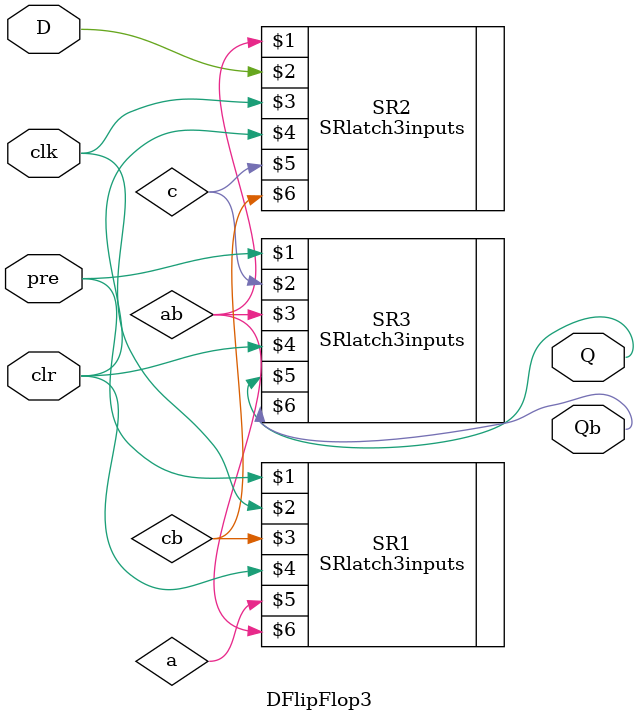
<source format=v>
`timescale 1ns/1ns
module DFlipFlop3 (input D, clk, clr, pre, output Q,Qb);
	wire a,ab,c,cb;
        SRlatch3inputs SR1(pre, clk, cb, clr, a, ab),SR2(ab, D, clk, clr, c, cb), SR3(pre, c, ab, clr, Q, Qb);
endmodule   

</source>
